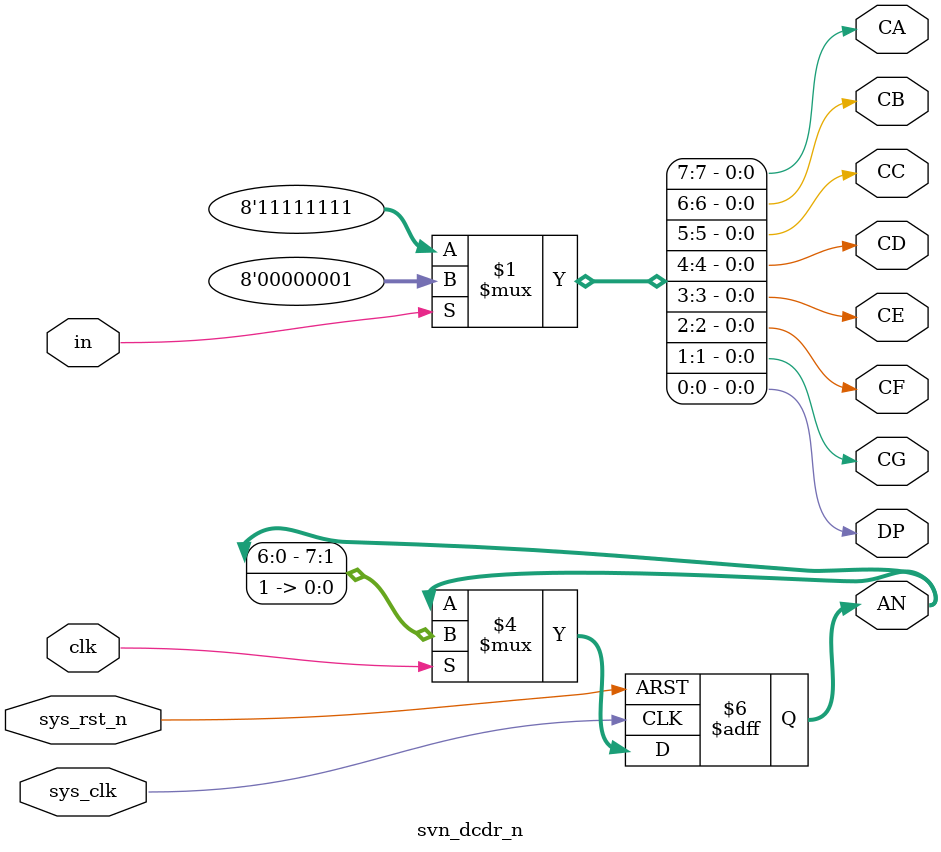
<source format=v>
module charge_bar_controller #(
    parameter PHY_WIDTH = 16,
    parameter SEQ_LEN = 20
)(
    input sys_clk,
    input sys_rst_n,
    input [PHY_WIDTH-1:0] charge_bar,
    output reg [PHY_WIDTH-1:0] charge_bar_vga,
    output CA, CB, CC, CD, CE, CF, CG,
    output DP,
    output [7:0] AN
);
    localparam CHARGE_BAR_VGA_WIDTH = 95;
    localparam CHARGE_BAR_SVN_WIDTH = 47;
    wire vga_shift_posedge;
    wire svn_shift_posedge;
    reg [PHY_WIDTH-1:0] charge_bar_d;

    always @(posedge sys_clk or negedge sys_rst_n) begin
        if(!sys_rst_n) begin
            charge_bar_d <= 0;
        end else begin
            charge_bar_d <= charge_bar;
        end
    end
    assign vga_shift_posedge = (charge_bar_d != charge_bar) && (charge_bar % CHARGE_BAR_VGA_WIDTH == 0);
    assign svn_shift_posedge = (charge_bar_d != charge_bar) && (charge_bar % CHARGE_BAR_SVN_WIDTH == 0);

    always @(posedge sys_clk or negedge sys_rst_n) begin
        if(!sys_rst_n) begin
            charge_bar_vga <= 0;
        end else if (vga_shift_posedge) begin
            charge_bar_vga <= {charge_bar_vga[PHY_WIDTH - 5:0], 4'hB}; // 4'hB is the value of the charge bar
        end
    end

    always @(posedge sys_clk or negedge sys_rst_n) begin
        if(!sys_rst_n) begin
            charge_bar_svn <= 0;
        end else if (svn_shift_posedge) begin
            charge_bar_svn <= {charge_bar_svn[6:0], 1'b1};
        end
    end

    marquee #(
        .N(CHARGE_BAR_SVN_WIDTH),
        .SEQ_LEN(SEQ_LEN)
    ) marquee_inst(
        .sys_clk(sys_clk),
        .sys_rst_n(sys_rst_n),
        .seq(charge_bar_svn),
        .CA(CA),
        .CB(CB),
        .CC(CC),
        .CD(CD),
        .CE(CE),
        .CF(CF),
        .CG(CG),
        .DP(DP),
        .AN(AN)
    );

endmodule



module marquee (
    input sys_clk,
    input sys_rst_n,
    input [7:0] seq,
    output CA, 
    output CB,
    output CC, 
    output CD,
    output CE,
    output CF, 
    output CG,
    output DP,
    output [7:0] AN
);

wire [2:0] cnt;
wire clk_high;

fq_div #(5_000) fq_div_10 (
    .sys_rst_n(sys_rst_n),
    .org_clk(sys_clk),
    .div_n_clk(clk_high)
);

always @(posedge sys_clk or negedge sys_rst_n) begin
    if (!sys_rst_n) begin
        cnt <= 0;
    end else if (clk_high) begin
        cnt <= cnt + 1;
    end
end

svn_dcdr_n svn1 (
    .in(seq[cnt]),
    .sys_clk(sys_clk),
    .clk(clk_high),
    .sys_rst_n(sys_rst_n),
    .CA(CA),
    .CB(CB),
    .CC(CC),
    .CD(CD),
    .CE(CE),
    .CF(CF),
    .CG(CG),
    .DP(DP),
    .AN(AN)
);

endmodule

module svn_dcdr_n (
    input sys_clk,
    input clk,
    input sys_rst_n,
    input in,
    output CA, CB, CC, CD, CE, CF, CG,
    output DP,
    output reg [7:0] AN
);

assign {CA, CB, CC, CD, CE, CF, CG, DP} = (in) ? 8'b0000_0001 : 8'b1111_1111;

always @(posedge sys_clk or negedge sys_rst_n) begin
    if (!sys_rst_n) begin
        AN <= 8'b11_111_110;
    end else if (clk) begin
        AN <= {AN[6:0], 1'b1};
    end
end

endmodule
</source>
